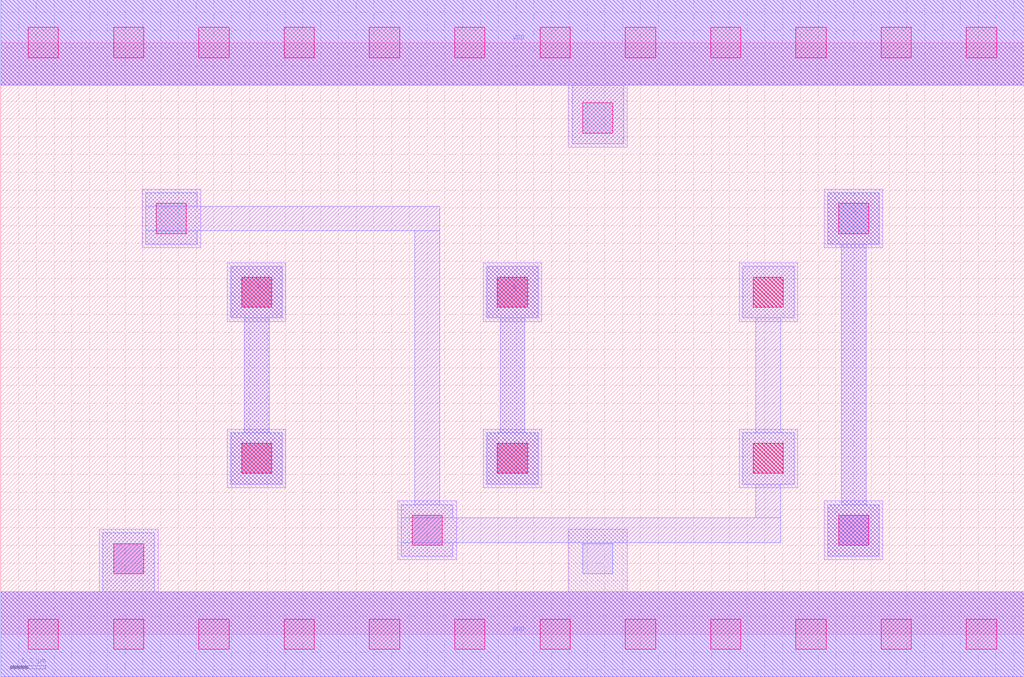
<source format=lef>
MACRO OR2X2
 CLASS CORE ;
 FOREIGN OR2X2 0 0 ;
 SIZE 5.76 BY 3.33 ;
 ORIGIN 0 0 ;
 SYMMETRY X Y R90 ;
 SITE unit ;
  PIN VDD
   DIRECTION INOUT ;
   USE POWER ;
   SHAPE ABUTMENT ;
    PORT
     CLASS CORE ;
       LAYER li1 ;
        RECT 0.00000000 3.09000000 5.76000000 3.57000000 ;
       LAYER met1 ;
        RECT 0.00000000 3.09000000 5.76000000 3.57000000 ;
    END
  END VDD

  PIN GND
   DIRECTION INOUT ;
   USE POWER ;
   SHAPE ABUTMENT ;
    PORT
     CLASS CORE ;
       LAYER li1 ;
        RECT 0.00000000 -0.24000000 5.76000000 0.24000000 ;
       LAYER met1 ;
        RECT 0.00000000 -0.24000000 5.76000000 0.24000000 ;
    END
  END GND

  PIN Y
   DIRECTION INOUT ;
   USE SIGNAL ;
   SHAPE ABUTMENT ;
    PORT
     CLASS CORE ;
       LAYER met1 ;
        RECT 4.65500000 0.44000000 4.94500000 0.73000000 ;
        RECT 4.73000000 0.73000000 4.87000000 2.19500000 ;
        RECT 4.65500000 2.19500000 4.94500000 2.48500000 ;
    END
  END Y

  PIN B
   DIRECTION INOUT ;
   USE SIGNAL ;
   SHAPE ABUTMENT ;
    PORT
     CLASS CORE ;
       LAYER met1 ;
        RECT 2.73500000 0.84500000 3.02500000 1.13500000 ;
        RECT 2.81000000 1.13500000 2.95000000 1.78000000 ;
        RECT 2.73500000 1.78000000 3.02500000 2.07000000 ;
    END
  END B

  PIN A
   DIRECTION INOUT ;
   USE SIGNAL ;
   SHAPE ABUTMENT ;
    PORT
     CLASS CORE ;
       LAYER met1 ;
        RECT 1.29500000 0.84500000 1.58500000 1.13500000 ;
        RECT 1.37000000 1.13500000 1.51000000 1.78000000 ;
        RECT 1.29500000 1.78000000 1.58500000 2.07000000 ;
    END
  END A

 OBS
    LAYER polycont ;
     RECT 1.35500000 0.90500000 1.52500000 1.07500000 ;
     RECT 2.79500000 0.90500000 2.96500000 1.07500000 ;
     RECT 4.23500000 0.90500000 4.40500000 1.07500000 ;
     RECT 1.35500000 1.84000000 1.52500000 2.01000000 ;
     RECT 2.79500000 1.84000000 2.96500000 2.01000000 ;
     RECT 4.23500000 1.84000000 4.40500000 2.01000000 ;

    LAYER pdiffc ;
     RECT 0.87500000 2.25500000 1.04500000 2.42500000 ;
     RECT 4.71500000 2.25500000 4.88500000 2.42500000 ;
     RECT 3.27500000 2.82000000 3.44500000 2.99000000 ;

    LAYER ndiffc ;
     RECT 0.63500000 0.34000000 0.80500000 0.51000000 ;
     RECT 3.27500000 0.34000000 3.44500000 0.51000000 ;
     RECT 2.31500000 0.50000000 2.48500000 0.67000000 ;
     RECT 4.71500000 0.50000000 4.88500000 0.67000000 ;

    LAYER li1 ;
     RECT 0.00000000 -0.24000000 5.76000000 0.24000000 ;
     RECT 0.55500000 0.24000000 0.88500000 0.59000000 ;
     RECT 3.19500000 0.24000000 3.52500000 0.59000000 ;
     RECT 2.23500000 0.42000000 2.56500000 0.75000000 ;
     RECT 4.63500000 0.42000000 4.96500000 0.75000000 ;
     RECT 1.27500000 0.82500000 1.60500000 1.15500000 ;
     RECT 2.71500000 0.82500000 3.04500000 1.15500000 ;
     RECT 4.15500000 0.82500000 4.48500000 1.15500000 ;
     RECT 1.27500000 1.76000000 1.60500000 2.09000000 ;
     RECT 2.71500000 1.76000000 3.04500000 2.09000000 ;
     RECT 4.15500000 1.76000000 4.48500000 2.09000000 ;
     RECT 0.79500000 2.17500000 1.12500000 2.50500000 ;
     RECT 4.63500000 2.17500000 4.96500000 2.50500000 ;
     RECT 3.19500000 2.74000000 3.52500000 3.09000000 ;
     RECT 0.00000000 3.09000000 5.76000000 3.57000000 ;

    LAYER viali ;
     RECT 0.15500000 -0.08500000 0.32500000 0.08500000 ;
     RECT 0.63500000 -0.08500000 0.80500000 0.08500000 ;
     RECT 1.11500000 -0.08500000 1.28500000 0.08500000 ;
     RECT 1.59500000 -0.08500000 1.76500000 0.08500000 ;
     RECT 2.07500000 -0.08500000 2.24500000 0.08500000 ;
     RECT 2.55500000 -0.08500000 2.72500000 0.08500000 ;
     RECT 3.03500000 -0.08500000 3.20500000 0.08500000 ;
     RECT 3.51500000 -0.08500000 3.68500000 0.08500000 ;
     RECT 3.99500000 -0.08500000 4.16500000 0.08500000 ;
     RECT 4.47500000 -0.08500000 4.64500000 0.08500000 ;
     RECT 4.95500000 -0.08500000 5.12500000 0.08500000 ;
     RECT 5.43500000 -0.08500000 5.60500000 0.08500000 ;
     RECT 0.63500000 0.34000000 0.80500000 0.51000000 ;
     RECT 2.31500000 0.50000000 2.48500000 0.67000000 ;
     RECT 4.71500000 0.50000000 4.88500000 0.67000000 ;
     RECT 1.35500000 0.90500000 1.52500000 1.07500000 ;
     RECT 2.79500000 0.90500000 2.96500000 1.07500000 ;
     RECT 4.23500000 0.90500000 4.40500000 1.07500000 ;
     RECT 1.35500000 1.84000000 1.52500000 2.01000000 ;
     RECT 2.79500000 1.84000000 2.96500000 2.01000000 ;
     RECT 4.23500000 1.84000000 4.40500000 2.01000000 ;
     RECT 0.87500000 2.25500000 1.04500000 2.42500000 ;
     RECT 4.71500000 2.25500000 4.88500000 2.42500000 ;
     RECT 3.27500000 2.82000000 3.44500000 2.99000000 ;
     RECT 0.15500000 3.24500000 0.32500000 3.41500000 ;
     RECT 0.63500000 3.24500000 0.80500000 3.41500000 ;
     RECT 1.11500000 3.24500000 1.28500000 3.41500000 ;
     RECT 1.59500000 3.24500000 1.76500000 3.41500000 ;
     RECT 2.07500000 3.24500000 2.24500000 3.41500000 ;
     RECT 2.55500000 3.24500000 2.72500000 3.41500000 ;
     RECT 3.03500000 3.24500000 3.20500000 3.41500000 ;
     RECT 3.51500000 3.24500000 3.68500000 3.41500000 ;
     RECT 3.99500000 3.24500000 4.16500000 3.41500000 ;
     RECT 4.47500000 3.24500000 4.64500000 3.41500000 ;
     RECT 4.95500000 3.24500000 5.12500000 3.41500000 ;
     RECT 5.43500000 3.24500000 5.60500000 3.41500000 ;

    LAYER met1 ;
     RECT 0.00000000 -0.24000000 5.76000000 0.24000000 ;
     RECT 0.57500000 0.24000000 0.86500000 0.57000000 ;
     RECT 1.29500000 0.84500000 1.58500000 1.13500000 ;
     RECT 1.37000000 1.13500000 1.51000000 1.78000000 ;
     RECT 1.29500000 1.78000000 1.58500000 2.07000000 ;
     RECT 2.73500000 0.84500000 3.02500000 1.13500000 ;
     RECT 2.81000000 1.13500000 2.95000000 1.78000000 ;
     RECT 2.73500000 1.78000000 3.02500000 2.07000000 ;
     RECT 2.25500000 0.44000000 2.54500000 0.51500000 ;
     RECT 2.25500000 0.51500000 4.39000000 0.65500000 ;
     RECT 2.25500000 0.65500000 2.54500000 0.73000000 ;
     RECT 4.25000000 0.65500000 4.39000000 0.84500000 ;
     RECT 4.17500000 0.84500000 4.46500000 1.13500000 ;
     RECT 4.25000000 1.13500000 4.39000000 1.78000000 ;
     RECT 4.17500000 1.78000000 4.46500000 2.07000000 ;
     RECT 0.81500000 2.19500000 1.10500000 2.27000000 ;
     RECT 2.33000000 0.73000000 2.47000000 2.27000000 ;
     RECT 0.81500000 2.27000000 2.47000000 2.41000000 ;
     RECT 0.81500000 2.41000000 1.10500000 2.48500000 ;
     RECT 4.65500000 0.44000000 4.94500000 0.73000000 ;
     RECT 4.73000000 0.73000000 4.87000000 2.19500000 ;
     RECT 4.65500000 2.19500000 4.94500000 2.48500000 ;
     RECT 3.21500000 2.76000000 3.50500000 3.09000000 ;
     RECT 0.00000000 3.09000000 5.76000000 3.57000000 ;

 END
END OR2X2

</source>
